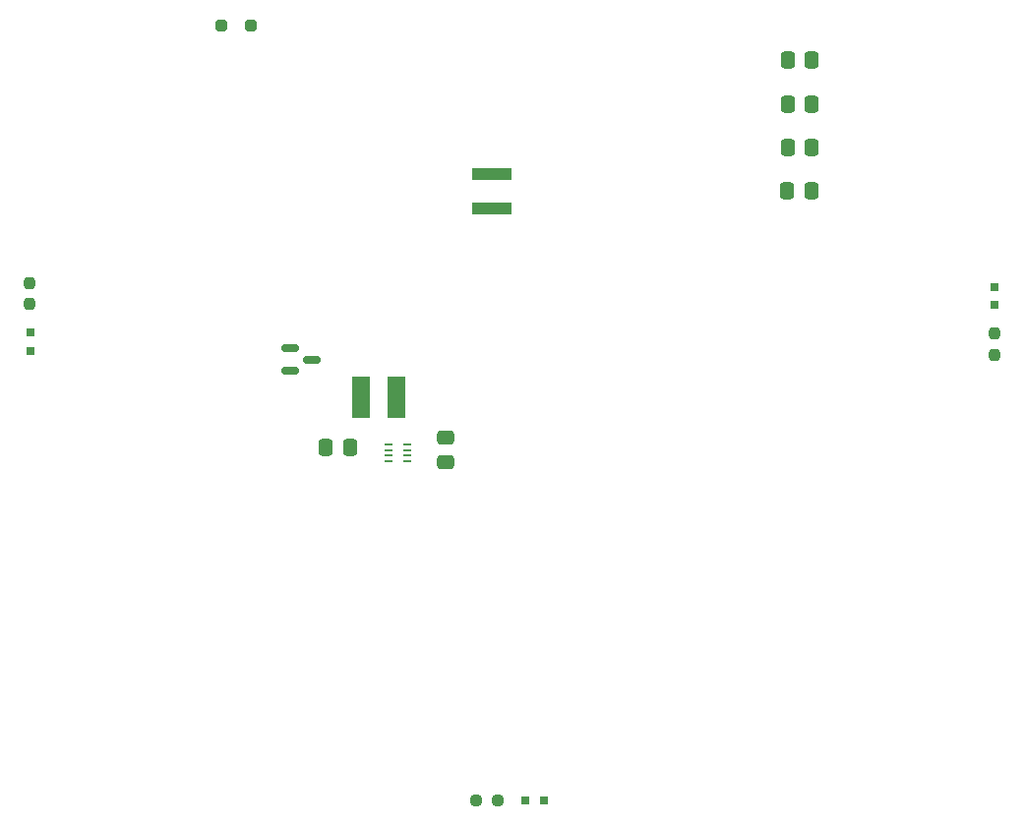
<source format=gbr>
%TF.GenerationSoftware,KiCad,Pcbnew,8.0.5*%
%TF.CreationDate,2025-04-28T01:24:49-04:00*%
%TF.ProjectId,CanSat_Power_Management_Board,43616e53-6174-45f5-906f-7765725f4d61,rev?*%
%TF.SameCoordinates,Original*%
%TF.FileFunction,Paste,Top*%
%TF.FilePolarity,Positive*%
%FSLAX46Y46*%
G04 Gerber Fmt 4.6, Leading zero omitted, Abs format (unit mm)*
G04 Created by KiCad (PCBNEW 8.0.5) date 2025-04-28 01:24:49*
%MOMM*%
%LPD*%
G01*
G04 APERTURE LIST*
G04 Aperture macros list*
%AMRoundRect*
0 Rectangle with rounded corners*
0 $1 Rounding radius*
0 $2 $3 $4 $5 $6 $7 $8 $9 X,Y pos of 4 corners*
0 Add a 4 corners polygon primitive as box body*
4,1,4,$2,$3,$4,$5,$6,$7,$8,$9,$2,$3,0*
0 Add four circle primitives for the rounded corners*
1,1,$1+$1,$2,$3*
1,1,$1+$1,$4,$5*
1,1,$1+$1,$6,$7*
1,1,$1+$1,$8,$9*
0 Add four rect primitives between the rounded corners*
20,1,$1+$1,$2,$3,$4,$5,0*
20,1,$1+$1,$4,$5,$6,$7,0*
20,1,$1+$1,$6,$7,$8,$9,0*
20,1,$1+$1,$8,$9,$2,$3,0*%
G04 Aperture macros list end*
%ADD10R,0.800000X0.800000*%
%ADD11RoundRect,0.250000X0.337500X0.475000X-0.337500X0.475000X-0.337500X-0.475000X0.337500X-0.475000X0*%
%ADD12RoundRect,0.237500X0.250000X0.237500X-0.250000X0.237500X-0.250000X-0.237500X0.250000X-0.237500X0*%
%ADD13RoundRect,0.250000X-0.475000X0.337500X-0.475000X-0.337500X0.475000X-0.337500X0.475000X0.337500X0*%
%ADD14RoundRect,0.237500X0.237500X-0.250000X0.237500X0.250000X-0.237500X0.250000X-0.237500X-0.250000X0*%
%ADD15R,0.711200X0.228600*%
%ADD16RoundRect,0.237500X-0.237500X0.250000X-0.237500X-0.250000X0.237500X-0.250000X0.237500X0.250000X0*%
%ADD17R,1.500000X3.600000*%
%ADD18RoundRect,0.150000X-0.587500X-0.150000X0.587500X-0.150000X0.587500X0.150000X-0.587500X0.150000X0*%
%ADD19R,3.400000X1.100000*%
%ADD20RoundRect,0.250000X-0.250000X-0.250000X0.250000X-0.250000X0.250000X0.250000X-0.250000X0.250000X0*%
G04 APERTURE END LIST*
D10*
%TO.C,D5*%
X108525000Y-102762500D03*
X108525000Y-101162500D03*
%TD*%
%TO.C,D3*%
X152762500Y-141495000D03*
X151162500Y-141495000D03*
%TD*%
D11*
%TO.C,Cin4*%
X175787500Y-77750000D03*
X173712500Y-77750000D03*
%TD*%
D12*
%TO.C,R14*%
X148750000Y-141500000D03*
X146925000Y-141500000D03*
%TD*%
D13*
%TO.C,C7*%
X144250000Y-110250000D03*
X144250000Y-112325000D03*
%TD*%
D14*
%TO.C,R16*%
X108500000Y-98750000D03*
X108500000Y-96925000D03*
%TD*%
D11*
%TO.C,Cin1*%
X175737500Y-89000000D03*
X173662500Y-89000000D03*
%TD*%
D15*
%TO.C,TPS610333DRLR_U2*%
X139401598Y-110787498D03*
X139401598Y-111287499D03*
X139401598Y-111787499D03*
X139401598Y-112287500D03*
X141000000Y-112287500D03*
X141000000Y-111787499D03*
X141000000Y-111287499D03*
X141000000Y-110787498D03*
%TD*%
D11*
%TO.C,Cin3*%
X175787500Y-81500000D03*
X173712500Y-81500000D03*
%TD*%
D10*
%TO.C,D4*%
X191485000Y-97237500D03*
X191485000Y-98837500D03*
%TD*%
D16*
%TO.C,R15*%
X191500000Y-101250000D03*
X191500000Y-103075000D03*
%TD*%
D17*
%TO.C,WE-LQS_4025_L2*%
X136975000Y-106787500D03*
X140025000Y-106787500D03*
%TD*%
D11*
%TO.C,C6*%
X136037500Y-111037500D03*
X133962500Y-111037500D03*
%TD*%
D18*
%TO.C,Q2*%
X130875000Y-102550000D03*
X130875000Y-104450000D03*
X132750000Y-103500000D03*
%TD*%
D19*
%TO.C,ASPI-4030S-470M-T_L1*%
X148250000Y-90500000D03*
X148250000Y-87500000D03*
%TD*%
D20*
%TO.C,D2*%
X125000000Y-74750000D03*
X127500000Y-74750000D03*
%TD*%
D11*
%TO.C,Cin2*%
X175787500Y-85250000D03*
X173712500Y-85250000D03*
%TD*%
M02*

</source>
